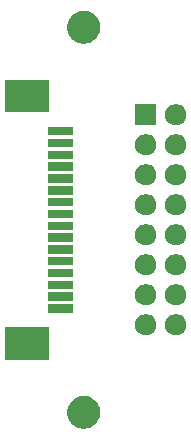
<source format=gbr>
G04 #@! TF.GenerationSoftware,KiCad,Pcbnew,5.1.6*
G04 #@! TF.CreationDate,2020-11-02T21:59:41+01:00*
G04 #@! TF.ProjectId,BL128128,424c3132-3831-4323-982e-6b696361645f,rev?*
G04 #@! TF.SameCoordinates,Original*
G04 #@! TF.FileFunction,Soldermask,Bot*
G04 #@! TF.FilePolarity,Negative*
%FSLAX46Y46*%
G04 Gerber Fmt 4.6, Leading zero omitted, Abs format (unit mm)*
G04 Created by KiCad (PCBNEW 5.1.6) date 2020-11-02 21:59:41*
%MOMM*%
%LPD*%
G01*
G04 APERTURE LIST*
%ADD10C,0.100000*%
G04 APERTURE END LIST*
D10*
G36*
X80318433Y-88834893D02*
G01*
X80408657Y-88852839D01*
X80514267Y-88896585D01*
X80663621Y-88958449D01*
X80663622Y-88958450D01*
X80893086Y-89111772D01*
X81088228Y-89306914D01*
X81190675Y-89460237D01*
X81241551Y-89536379D01*
X81347161Y-89791344D01*
X81401000Y-90062012D01*
X81401000Y-90337988D01*
X81347161Y-90608656D01*
X81241551Y-90863621D01*
X81241550Y-90863622D01*
X81088228Y-91093086D01*
X80893086Y-91288228D01*
X80739763Y-91390675D01*
X80663621Y-91441551D01*
X80514267Y-91503415D01*
X80408657Y-91547161D01*
X80318433Y-91565107D01*
X80137988Y-91601000D01*
X79862012Y-91601000D01*
X79681567Y-91565107D01*
X79591343Y-91547161D01*
X79485733Y-91503415D01*
X79336379Y-91441551D01*
X79260237Y-91390675D01*
X79106914Y-91288228D01*
X78911772Y-91093086D01*
X78758450Y-90863622D01*
X78758449Y-90863621D01*
X78652839Y-90608656D01*
X78599000Y-90337988D01*
X78599000Y-90062012D01*
X78652839Y-89791344D01*
X78758449Y-89536379D01*
X78809325Y-89460237D01*
X78911772Y-89306914D01*
X79106914Y-89111772D01*
X79336378Y-88958450D01*
X79336379Y-88958449D01*
X79485733Y-88896585D01*
X79591343Y-88852839D01*
X79681567Y-88834893D01*
X79862012Y-88799000D01*
X80137988Y-88799000D01*
X80318433Y-88834893D01*
G37*
G36*
X77051000Y-85781000D02*
G01*
X73349000Y-85781000D01*
X73349000Y-82999000D01*
X77051000Y-82999000D01*
X77051000Y-85781000D01*
G37*
G36*
X85363512Y-81883927D02*
G01*
X85512812Y-81913624D01*
X85676784Y-81981544D01*
X85824354Y-82080147D01*
X85949853Y-82205646D01*
X86048456Y-82353216D01*
X86116376Y-82517188D01*
X86151000Y-82691259D01*
X86151000Y-82868741D01*
X86116376Y-83042812D01*
X86048456Y-83206784D01*
X85949853Y-83354354D01*
X85824354Y-83479853D01*
X85676784Y-83578456D01*
X85512812Y-83646376D01*
X85363512Y-83676073D01*
X85338742Y-83681000D01*
X85161258Y-83681000D01*
X85136488Y-83676073D01*
X84987188Y-83646376D01*
X84823216Y-83578456D01*
X84675646Y-83479853D01*
X84550147Y-83354354D01*
X84451544Y-83206784D01*
X84383624Y-83042812D01*
X84349000Y-82868741D01*
X84349000Y-82691259D01*
X84383624Y-82517188D01*
X84451544Y-82353216D01*
X84550147Y-82205646D01*
X84675646Y-82080147D01*
X84823216Y-81981544D01*
X84987188Y-81913624D01*
X85136488Y-81883927D01*
X85161258Y-81879000D01*
X85338742Y-81879000D01*
X85363512Y-81883927D01*
G37*
G36*
X87903512Y-81883927D02*
G01*
X88052812Y-81913624D01*
X88216784Y-81981544D01*
X88364354Y-82080147D01*
X88489853Y-82205646D01*
X88588456Y-82353216D01*
X88656376Y-82517188D01*
X88691000Y-82691259D01*
X88691000Y-82868741D01*
X88656376Y-83042812D01*
X88588456Y-83206784D01*
X88489853Y-83354354D01*
X88364354Y-83479853D01*
X88216784Y-83578456D01*
X88052812Y-83646376D01*
X87903512Y-83676073D01*
X87878742Y-83681000D01*
X87701258Y-83681000D01*
X87676488Y-83676073D01*
X87527188Y-83646376D01*
X87363216Y-83578456D01*
X87215646Y-83479853D01*
X87090147Y-83354354D01*
X86991544Y-83206784D01*
X86923624Y-83042812D01*
X86889000Y-82868741D01*
X86889000Y-82691259D01*
X86923624Y-82517188D01*
X86991544Y-82353216D01*
X87090147Y-82205646D01*
X87215646Y-82080147D01*
X87363216Y-81981544D01*
X87527188Y-81913624D01*
X87676488Y-81883927D01*
X87701258Y-81879000D01*
X87878742Y-81879000D01*
X87903512Y-81883927D01*
G37*
G36*
X79051000Y-81756000D02*
G01*
X76949000Y-81756000D01*
X76949000Y-81044000D01*
X79051000Y-81044000D01*
X79051000Y-81756000D01*
G37*
G36*
X85363512Y-79343927D02*
G01*
X85512812Y-79373624D01*
X85676784Y-79441544D01*
X85824354Y-79540147D01*
X85949853Y-79665646D01*
X86048456Y-79813216D01*
X86116376Y-79977188D01*
X86151000Y-80151259D01*
X86151000Y-80328741D01*
X86116376Y-80502812D01*
X86048456Y-80666784D01*
X85949853Y-80814354D01*
X85824354Y-80939853D01*
X85676784Y-81038456D01*
X85512812Y-81106376D01*
X85363512Y-81136073D01*
X85338742Y-81141000D01*
X85161258Y-81141000D01*
X85136488Y-81136073D01*
X84987188Y-81106376D01*
X84823216Y-81038456D01*
X84675646Y-80939853D01*
X84550147Y-80814354D01*
X84451544Y-80666784D01*
X84383624Y-80502812D01*
X84349000Y-80328741D01*
X84349000Y-80151259D01*
X84383624Y-79977188D01*
X84451544Y-79813216D01*
X84550147Y-79665646D01*
X84675646Y-79540147D01*
X84823216Y-79441544D01*
X84987188Y-79373624D01*
X85136488Y-79343927D01*
X85161258Y-79339000D01*
X85338742Y-79339000D01*
X85363512Y-79343927D01*
G37*
G36*
X87903512Y-79343927D02*
G01*
X88052812Y-79373624D01*
X88216784Y-79441544D01*
X88364354Y-79540147D01*
X88489853Y-79665646D01*
X88588456Y-79813216D01*
X88656376Y-79977188D01*
X88691000Y-80151259D01*
X88691000Y-80328741D01*
X88656376Y-80502812D01*
X88588456Y-80666784D01*
X88489853Y-80814354D01*
X88364354Y-80939853D01*
X88216784Y-81038456D01*
X88052812Y-81106376D01*
X87903512Y-81136073D01*
X87878742Y-81141000D01*
X87701258Y-81141000D01*
X87676488Y-81136073D01*
X87527188Y-81106376D01*
X87363216Y-81038456D01*
X87215646Y-80939853D01*
X87090147Y-80814354D01*
X86991544Y-80666784D01*
X86923624Y-80502812D01*
X86889000Y-80328741D01*
X86889000Y-80151259D01*
X86923624Y-79977188D01*
X86991544Y-79813216D01*
X87090147Y-79665646D01*
X87215646Y-79540147D01*
X87363216Y-79441544D01*
X87527188Y-79373624D01*
X87676488Y-79343927D01*
X87701258Y-79339000D01*
X87878742Y-79339000D01*
X87903512Y-79343927D01*
G37*
G36*
X79051000Y-80756000D02*
G01*
X76949000Y-80756000D01*
X76949000Y-80044000D01*
X79051000Y-80044000D01*
X79051000Y-80756000D01*
G37*
G36*
X79051000Y-79756000D02*
G01*
X76949000Y-79756000D01*
X76949000Y-79044000D01*
X79051000Y-79044000D01*
X79051000Y-79756000D01*
G37*
G36*
X79051000Y-78756000D02*
G01*
X76949000Y-78756000D01*
X76949000Y-78044000D01*
X79051000Y-78044000D01*
X79051000Y-78756000D01*
G37*
G36*
X87903512Y-76803927D02*
G01*
X88052812Y-76833624D01*
X88216784Y-76901544D01*
X88364354Y-77000147D01*
X88489853Y-77125646D01*
X88588456Y-77273216D01*
X88656376Y-77437188D01*
X88691000Y-77611259D01*
X88691000Y-77788741D01*
X88656376Y-77962812D01*
X88588456Y-78126784D01*
X88489853Y-78274354D01*
X88364354Y-78399853D01*
X88216784Y-78498456D01*
X88052812Y-78566376D01*
X87903512Y-78596073D01*
X87878742Y-78601000D01*
X87701258Y-78601000D01*
X87676488Y-78596073D01*
X87527188Y-78566376D01*
X87363216Y-78498456D01*
X87215646Y-78399853D01*
X87090147Y-78274354D01*
X86991544Y-78126784D01*
X86923624Y-77962812D01*
X86889000Y-77788741D01*
X86889000Y-77611259D01*
X86923624Y-77437188D01*
X86991544Y-77273216D01*
X87090147Y-77125646D01*
X87215646Y-77000147D01*
X87363216Y-76901544D01*
X87527188Y-76833624D01*
X87676488Y-76803927D01*
X87701258Y-76799000D01*
X87878742Y-76799000D01*
X87903512Y-76803927D01*
G37*
G36*
X85363512Y-76803927D02*
G01*
X85512812Y-76833624D01*
X85676784Y-76901544D01*
X85824354Y-77000147D01*
X85949853Y-77125646D01*
X86048456Y-77273216D01*
X86116376Y-77437188D01*
X86151000Y-77611259D01*
X86151000Y-77788741D01*
X86116376Y-77962812D01*
X86048456Y-78126784D01*
X85949853Y-78274354D01*
X85824354Y-78399853D01*
X85676784Y-78498456D01*
X85512812Y-78566376D01*
X85363512Y-78596073D01*
X85338742Y-78601000D01*
X85161258Y-78601000D01*
X85136488Y-78596073D01*
X84987188Y-78566376D01*
X84823216Y-78498456D01*
X84675646Y-78399853D01*
X84550147Y-78274354D01*
X84451544Y-78126784D01*
X84383624Y-77962812D01*
X84349000Y-77788741D01*
X84349000Y-77611259D01*
X84383624Y-77437188D01*
X84451544Y-77273216D01*
X84550147Y-77125646D01*
X84675646Y-77000147D01*
X84823216Y-76901544D01*
X84987188Y-76833624D01*
X85136488Y-76803927D01*
X85161258Y-76799000D01*
X85338742Y-76799000D01*
X85363512Y-76803927D01*
G37*
G36*
X79051000Y-77756000D02*
G01*
X76949000Y-77756000D01*
X76949000Y-77044000D01*
X79051000Y-77044000D01*
X79051000Y-77756000D01*
G37*
G36*
X79051000Y-76756000D02*
G01*
X76949000Y-76756000D01*
X76949000Y-76044000D01*
X79051000Y-76044000D01*
X79051000Y-76756000D01*
G37*
G36*
X85363512Y-74263927D02*
G01*
X85512812Y-74293624D01*
X85676784Y-74361544D01*
X85824354Y-74460147D01*
X85949853Y-74585646D01*
X86048456Y-74733216D01*
X86116376Y-74897188D01*
X86151000Y-75071259D01*
X86151000Y-75248741D01*
X86116376Y-75422812D01*
X86048456Y-75586784D01*
X85949853Y-75734354D01*
X85824354Y-75859853D01*
X85676784Y-75958456D01*
X85512812Y-76026376D01*
X85363512Y-76056073D01*
X85338742Y-76061000D01*
X85161258Y-76061000D01*
X85136488Y-76056073D01*
X84987188Y-76026376D01*
X84823216Y-75958456D01*
X84675646Y-75859853D01*
X84550147Y-75734354D01*
X84451544Y-75586784D01*
X84383624Y-75422812D01*
X84349000Y-75248741D01*
X84349000Y-75071259D01*
X84383624Y-74897188D01*
X84451544Y-74733216D01*
X84550147Y-74585646D01*
X84675646Y-74460147D01*
X84823216Y-74361544D01*
X84987188Y-74293624D01*
X85136488Y-74263927D01*
X85161258Y-74259000D01*
X85338742Y-74259000D01*
X85363512Y-74263927D01*
G37*
G36*
X87903512Y-74263927D02*
G01*
X88052812Y-74293624D01*
X88216784Y-74361544D01*
X88364354Y-74460147D01*
X88489853Y-74585646D01*
X88588456Y-74733216D01*
X88656376Y-74897188D01*
X88691000Y-75071259D01*
X88691000Y-75248741D01*
X88656376Y-75422812D01*
X88588456Y-75586784D01*
X88489853Y-75734354D01*
X88364354Y-75859853D01*
X88216784Y-75958456D01*
X88052812Y-76026376D01*
X87903512Y-76056073D01*
X87878742Y-76061000D01*
X87701258Y-76061000D01*
X87676488Y-76056073D01*
X87527188Y-76026376D01*
X87363216Y-75958456D01*
X87215646Y-75859853D01*
X87090147Y-75734354D01*
X86991544Y-75586784D01*
X86923624Y-75422812D01*
X86889000Y-75248741D01*
X86889000Y-75071259D01*
X86923624Y-74897188D01*
X86991544Y-74733216D01*
X87090147Y-74585646D01*
X87215646Y-74460147D01*
X87363216Y-74361544D01*
X87527188Y-74293624D01*
X87676488Y-74263927D01*
X87701258Y-74259000D01*
X87878742Y-74259000D01*
X87903512Y-74263927D01*
G37*
G36*
X79051000Y-75756000D02*
G01*
X76949000Y-75756000D01*
X76949000Y-75044000D01*
X79051000Y-75044000D01*
X79051000Y-75756000D01*
G37*
G36*
X79051000Y-74756000D02*
G01*
X76949000Y-74756000D01*
X76949000Y-74044000D01*
X79051000Y-74044000D01*
X79051000Y-74756000D01*
G37*
G36*
X79051000Y-73756000D02*
G01*
X76949000Y-73756000D01*
X76949000Y-73044000D01*
X79051000Y-73044000D01*
X79051000Y-73756000D01*
G37*
G36*
X85363512Y-71723927D02*
G01*
X85512812Y-71753624D01*
X85676784Y-71821544D01*
X85824354Y-71920147D01*
X85949853Y-72045646D01*
X86048456Y-72193216D01*
X86116376Y-72357188D01*
X86151000Y-72531259D01*
X86151000Y-72708741D01*
X86116376Y-72882812D01*
X86048456Y-73046784D01*
X85949853Y-73194354D01*
X85824354Y-73319853D01*
X85676784Y-73418456D01*
X85512812Y-73486376D01*
X85363512Y-73516073D01*
X85338742Y-73521000D01*
X85161258Y-73521000D01*
X85136488Y-73516073D01*
X84987188Y-73486376D01*
X84823216Y-73418456D01*
X84675646Y-73319853D01*
X84550147Y-73194354D01*
X84451544Y-73046784D01*
X84383624Y-72882812D01*
X84349000Y-72708741D01*
X84349000Y-72531259D01*
X84383624Y-72357188D01*
X84451544Y-72193216D01*
X84550147Y-72045646D01*
X84675646Y-71920147D01*
X84823216Y-71821544D01*
X84987188Y-71753624D01*
X85136488Y-71723927D01*
X85161258Y-71719000D01*
X85338742Y-71719000D01*
X85363512Y-71723927D01*
G37*
G36*
X87903512Y-71723927D02*
G01*
X88052812Y-71753624D01*
X88216784Y-71821544D01*
X88364354Y-71920147D01*
X88489853Y-72045646D01*
X88588456Y-72193216D01*
X88656376Y-72357188D01*
X88691000Y-72531259D01*
X88691000Y-72708741D01*
X88656376Y-72882812D01*
X88588456Y-73046784D01*
X88489853Y-73194354D01*
X88364354Y-73319853D01*
X88216784Y-73418456D01*
X88052812Y-73486376D01*
X87903512Y-73516073D01*
X87878742Y-73521000D01*
X87701258Y-73521000D01*
X87676488Y-73516073D01*
X87527188Y-73486376D01*
X87363216Y-73418456D01*
X87215646Y-73319853D01*
X87090147Y-73194354D01*
X86991544Y-73046784D01*
X86923624Y-72882812D01*
X86889000Y-72708741D01*
X86889000Y-72531259D01*
X86923624Y-72357188D01*
X86991544Y-72193216D01*
X87090147Y-72045646D01*
X87215646Y-71920147D01*
X87363216Y-71821544D01*
X87527188Y-71753624D01*
X87676488Y-71723927D01*
X87701258Y-71719000D01*
X87878742Y-71719000D01*
X87903512Y-71723927D01*
G37*
G36*
X79051000Y-72756000D02*
G01*
X76949000Y-72756000D01*
X76949000Y-72044000D01*
X79051000Y-72044000D01*
X79051000Y-72756000D01*
G37*
G36*
X79051000Y-71756000D02*
G01*
X76949000Y-71756000D01*
X76949000Y-71044000D01*
X79051000Y-71044000D01*
X79051000Y-71756000D01*
G37*
G36*
X87903512Y-69183927D02*
G01*
X88052812Y-69213624D01*
X88216784Y-69281544D01*
X88364354Y-69380147D01*
X88489853Y-69505646D01*
X88588456Y-69653216D01*
X88656376Y-69817188D01*
X88691000Y-69991259D01*
X88691000Y-70168741D01*
X88656376Y-70342812D01*
X88588456Y-70506784D01*
X88489853Y-70654354D01*
X88364354Y-70779853D01*
X88216784Y-70878456D01*
X88052812Y-70946376D01*
X87903512Y-70976073D01*
X87878742Y-70981000D01*
X87701258Y-70981000D01*
X87676488Y-70976073D01*
X87527188Y-70946376D01*
X87363216Y-70878456D01*
X87215646Y-70779853D01*
X87090147Y-70654354D01*
X86991544Y-70506784D01*
X86923624Y-70342812D01*
X86889000Y-70168741D01*
X86889000Y-69991259D01*
X86923624Y-69817188D01*
X86991544Y-69653216D01*
X87090147Y-69505646D01*
X87215646Y-69380147D01*
X87363216Y-69281544D01*
X87527188Y-69213624D01*
X87676488Y-69183927D01*
X87701258Y-69179000D01*
X87878742Y-69179000D01*
X87903512Y-69183927D01*
G37*
G36*
X85363512Y-69183927D02*
G01*
X85512812Y-69213624D01*
X85676784Y-69281544D01*
X85824354Y-69380147D01*
X85949853Y-69505646D01*
X86048456Y-69653216D01*
X86116376Y-69817188D01*
X86151000Y-69991259D01*
X86151000Y-70168741D01*
X86116376Y-70342812D01*
X86048456Y-70506784D01*
X85949853Y-70654354D01*
X85824354Y-70779853D01*
X85676784Y-70878456D01*
X85512812Y-70946376D01*
X85363512Y-70976073D01*
X85338742Y-70981000D01*
X85161258Y-70981000D01*
X85136488Y-70976073D01*
X84987188Y-70946376D01*
X84823216Y-70878456D01*
X84675646Y-70779853D01*
X84550147Y-70654354D01*
X84451544Y-70506784D01*
X84383624Y-70342812D01*
X84349000Y-70168741D01*
X84349000Y-69991259D01*
X84383624Y-69817188D01*
X84451544Y-69653216D01*
X84550147Y-69505646D01*
X84675646Y-69380147D01*
X84823216Y-69281544D01*
X84987188Y-69213624D01*
X85136488Y-69183927D01*
X85161258Y-69179000D01*
X85338742Y-69179000D01*
X85363512Y-69183927D01*
G37*
G36*
X79051000Y-70756000D02*
G01*
X76949000Y-70756000D01*
X76949000Y-70044000D01*
X79051000Y-70044000D01*
X79051000Y-70756000D01*
G37*
G36*
X79051000Y-69756000D02*
G01*
X76949000Y-69756000D01*
X76949000Y-69044000D01*
X79051000Y-69044000D01*
X79051000Y-69756000D01*
G37*
G36*
X79051000Y-68756000D02*
G01*
X76949000Y-68756000D01*
X76949000Y-68044000D01*
X79051000Y-68044000D01*
X79051000Y-68756000D01*
G37*
G36*
X85363512Y-66643927D02*
G01*
X85512812Y-66673624D01*
X85676784Y-66741544D01*
X85824354Y-66840147D01*
X85949853Y-66965646D01*
X86048456Y-67113216D01*
X86116376Y-67277188D01*
X86151000Y-67451259D01*
X86151000Y-67628741D01*
X86116376Y-67802812D01*
X86048456Y-67966784D01*
X85949853Y-68114354D01*
X85824354Y-68239853D01*
X85676784Y-68338456D01*
X85512812Y-68406376D01*
X85363512Y-68436073D01*
X85338742Y-68441000D01*
X85161258Y-68441000D01*
X85136488Y-68436073D01*
X84987188Y-68406376D01*
X84823216Y-68338456D01*
X84675646Y-68239853D01*
X84550147Y-68114354D01*
X84451544Y-67966784D01*
X84383624Y-67802812D01*
X84349000Y-67628741D01*
X84349000Y-67451259D01*
X84383624Y-67277188D01*
X84451544Y-67113216D01*
X84550147Y-66965646D01*
X84675646Y-66840147D01*
X84823216Y-66741544D01*
X84987188Y-66673624D01*
X85136488Y-66643927D01*
X85161258Y-66639000D01*
X85338742Y-66639000D01*
X85363512Y-66643927D01*
G37*
G36*
X87903512Y-66643927D02*
G01*
X88052812Y-66673624D01*
X88216784Y-66741544D01*
X88364354Y-66840147D01*
X88489853Y-66965646D01*
X88588456Y-67113216D01*
X88656376Y-67277188D01*
X88691000Y-67451259D01*
X88691000Y-67628741D01*
X88656376Y-67802812D01*
X88588456Y-67966784D01*
X88489853Y-68114354D01*
X88364354Y-68239853D01*
X88216784Y-68338456D01*
X88052812Y-68406376D01*
X87903512Y-68436073D01*
X87878742Y-68441000D01*
X87701258Y-68441000D01*
X87676488Y-68436073D01*
X87527188Y-68406376D01*
X87363216Y-68338456D01*
X87215646Y-68239853D01*
X87090147Y-68114354D01*
X86991544Y-67966784D01*
X86923624Y-67802812D01*
X86889000Y-67628741D01*
X86889000Y-67451259D01*
X86923624Y-67277188D01*
X86991544Y-67113216D01*
X87090147Y-66965646D01*
X87215646Y-66840147D01*
X87363216Y-66741544D01*
X87527188Y-66673624D01*
X87676488Y-66643927D01*
X87701258Y-66639000D01*
X87878742Y-66639000D01*
X87903512Y-66643927D01*
G37*
G36*
X79051000Y-67756000D02*
G01*
X76949000Y-67756000D01*
X76949000Y-67044000D01*
X79051000Y-67044000D01*
X79051000Y-67756000D01*
G37*
G36*
X79051000Y-66756000D02*
G01*
X76949000Y-66756000D01*
X76949000Y-66044000D01*
X79051000Y-66044000D01*
X79051000Y-66756000D01*
G37*
G36*
X86151000Y-65901000D02*
G01*
X84349000Y-65901000D01*
X84349000Y-64099000D01*
X86151000Y-64099000D01*
X86151000Y-65901000D01*
G37*
G36*
X87903512Y-64103927D02*
G01*
X88052812Y-64133624D01*
X88216784Y-64201544D01*
X88364354Y-64300147D01*
X88489853Y-64425646D01*
X88588456Y-64573216D01*
X88656376Y-64737188D01*
X88691000Y-64911259D01*
X88691000Y-65088741D01*
X88656376Y-65262812D01*
X88588456Y-65426784D01*
X88489853Y-65574354D01*
X88364354Y-65699853D01*
X88216784Y-65798456D01*
X88052812Y-65866376D01*
X87903512Y-65896073D01*
X87878742Y-65901000D01*
X87701258Y-65901000D01*
X87676488Y-65896073D01*
X87527188Y-65866376D01*
X87363216Y-65798456D01*
X87215646Y-65699853D01*
X87090147Y-65574354D01*
X86991544Y-65426784D01*
X86923624Y-65262812D01*
X86889000Y-65088741D01*
X86889000Y-64911259D01*
X86923624Y-64737188D01*
X86991544Y-64573216D01*
X87090147Y-64425646D01*
X87215646Y-64300147D01*
X87363216Y-64201544D01*
X87527188Y-64133624D01*
X87676488Y-64103927D01*
X87701258Y-64099000D01*
X87878742Y-64099000D01*
X87903512Y-64103927D01*
G37*
G36*
X77051000Y-64801000D02*
G01*
X73349000Y-64801000D01*
X73349000Y-62019000D01*
X77051000Y-62019000D01*
X77051000Y-64801000D01*
G37*
G36*
X80318433Y-56234893D02*
G01*
X80408657Y-56252839D01*
X80514267Y-56296585D01*
X80663621Y-56358449D01*
X80663622Y-56358450D01*
X80893086Y-56511772D01*
X81088228Y-56706914D01*
X81190675Y-56860237D01*
X81241551Y-56936379D01*
X81347161Y-57191344D01*
X81401000Y-57462012D01*
X81401000Y-57737988D01*
X81347161Y-58008656D01*
X81241551Y-58263621D01*
X81241550Y-58263622D01*
X81088228Y-58493086D01*
X80893086Y-58688228D01*
X80739763Y-58790675D01*
X80663621Y-58841551D01*
X80514267Y-58903415D01*
X80408657Y-58947161D01*
X80318433Y-58965107D01*
X80137988Y-59001000D01*
X79862012Y-59001000D01*
X79681567Y-58965107D01*
X79591343Y-58947161D01*
X79485733Y-58903415D01*
X79336379Y-58841551D01*
X79260237Y-58790675D01*
X79106914Y-58688228D01*
X78911772Y-58493086D01*
X78758450Y-58263622D01*
X78758449Y-58263621D01*
X78652839Y-58008656D01*
X78599000Y-57737988D01*
X78599000Y-57462012D01*
X78652839Y-57191344D01*
X78758449Y-56936379D01*
X78809325Y-56860237D01*
X78911772Y-56706914D01*
X79106914Y-56511772D01*
X79336378Y-56358450D01*
X79336379Y-56358449D01*
X79485733Y-56296585D01*
X79591343Y-56252839D01*
X79681567Y-56234893D01*
X79862012Y-56199000D01*
X80137988Y-56199000D01*
X80318433Y-56234893D01*
G37*
M02*

</source>
